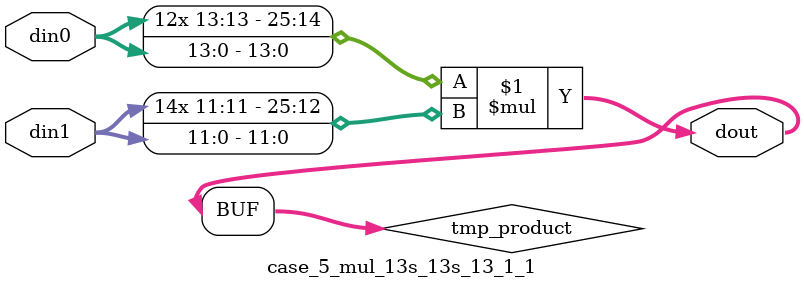
<source format=v>

`timescale 1 ns / 1 ps

 module case_5_mul_13s_13s_13_1_1(din0, din1, dout);
parameter ID = 1;
parameter NUM_STAGE = 0;
parameter din0_WIDTH = 14;
parameter din1_WIDTH = 12;
parameter dout_WIDTH = 26;

input [din0_WIDTH - 1 : 0] din0; 
input [din1_WIDTH - 1 : 0] din1; 
output [dout_WIDTH - 1 : 0] dout;

wire signed [dout_WIDTH - 1 : 0] tmp_product;



























assign tmp_product = $signed(din0) * $signed(din1);








assign dout = tmp_product;





















endmodule

</source>
